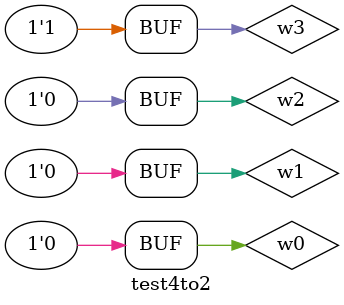
<source format=v>
module encoder4to2(w3, w2, w1, w0, y1, y0);
input w3, w2, w1, w0; 
output y1, y0; 

or a1(y1, w2, w3);
or a2(y0, w1 , w3);

endmodule

module test4to2; 
reg w3, w2, w1, w0; 
wire y1, y0; 

encoder4to2 i(w3, w2, w1, w0, y1, y0);

initial
 begin
    w3 = 1'b0; w2 = 1'b0 ; w1 = 1'b0; w0 = 1'b0;
    $monitor ("Time= %0t, w3 = %b , w2 = %b , w1 = %b , w0 = %b , y1 = %b , y0 = %b", $time, w3, w2, w1, w0, y1, y0);
    #5   w3 = 1'b0; w2 = 1'b0 ; w1 = 1'b0; w0 = 1'b1;  
    #5   w3 = 1'b0; w2 = 1'b0 ; w1 = 1'b1; w0 = 1'b0;  
    #5   w3 = 1'b0; w2 = 1'b1 ; w1 = 1'b0; w0 = 1'b0;  
    #5   w3 = 1'b1; w2 = 1'b0 ; w1 = 1'b0; w0 = 1'b0;  
end
endmodule

</source>
